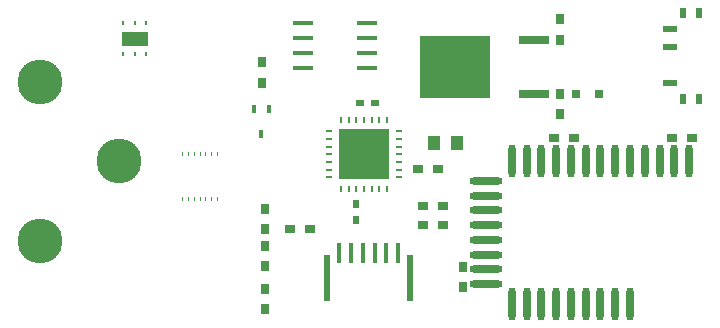
<source format=gbr>
G04 DipTrace 2.4.0.2*
%INTopPaste.gbr*%
%MOIN*%
%ADD56R,0.0865X0.0511*%
%ADD58R,0.0077X0.0156*%
%ADD60R,0.0018X0.0156*%
%ADD62O,0.1101X0.0255*%
%ADD64O,0.0255X0.1101*%
%ADD66R,0.0117X0.0255*%
%ADD68R,0.2341X0.2105*%
%ADD70R,0.1003X0.0314*%
%ADD72R,0.1652X0.1652*%
%ADD74O,0.0058X0.0255*%
%ADD76O,0.0255X0.0058*%
%ADD78R,0.0707X0.0156*%
%ADD80C,0.1495*%
%ADD82R,0.0314X0.0314*%
%ADD90R,0.0196X0.1574*%
%ADD92R,0.0156X0.0707*%
%ADD94R,0.0432X0.0511*%
%ADD96R,0.0353X0.0314*%
%ADD98R,0.0274X0.0196*%
%ADD100R,0.0196X0.0274*%
%ADD102R,0.0314X0.0353*%
%ADD104R,0.0235X0.0353*%
%ADD106R,0.0511X0.0196*%
%FSLAX44Y44*%
G04*
G70*
G90*
G75*
G01*
%LNTopPaste*%
%LPD*%
D106*
X29065Y12565D3*
Y13746D3*
Y14337D3*
D104*
X29478Y12014D3*
X30030D3*
X29478Y14888D3*
X30030D3*
D102*
X15565Y5690D3*
Y5021D3*
D100*
X18599Y8504D3*
Y7993D3*
D98*
X18723Y11885D3*
X19235D3*
D102*
X25376Y12192D3*
Y11523D3*
X25375Y14001D3*
Y14670D3*
D96*
X29125Y10720D3*
X29794D3*
X25845D3*
X25176D3*
D102*
X22139Y6428D3*
Y5759D3*
D94*
X21940Y10565D3*
X21192D3*
D92*
X18026Y6890D3*
X18419D3*
X18813D3*
X19207D3*
X19601D3*
X19994D3*
D90*
X17632Y6063D3*
X20388D3*
D82*
X26692Y12193D3*
X25905D3*
D102*
X15565Y7690D3*
Y8359D3*
D96*
X17065Y7690D3*
X16396D3*
X20815Y8440D3*
X21484D3*
X20815Y7815D3*
X21484D3*
D102*
X15565Y6440D3*
Y7109D3*
D96*
X21315Y9690D3*
X20646D3*
D102*
X15440Y12565D3*
Y13235D3*
D80*
X10690Y9940D3*
X8040Y7290D3*
Y12590D3*
D78*
X16815Y14565D3*
Y14065D3*
Y13565D3*
Y13065D3*
X18941D3*
Y13565D3*
Y14065D3*
Y14565D3*
D76*
X17690Y10940D3*
Y10684D3*
Y10428D3*
Y10172D3*
Y9916D3*
Y9660D3*
Y9405D3*
D74*
X18084Y9011D3*
X18340D3*
X18596D3*
X18852D3*
X19108D3*
X19364D3*
X19620D3*
D76*
X20013Y9405D3*
Y9660D3*
Y9916D3*
Y10172D3*
Y10428D3*
Y10684D3*
Y10940D3*
D74*
X19620Y11334D3*
X19364D3*
X19108D3*
X18852D3*
X18596D3*
X18340D3*
X18084D3*
D72*
X18852Y10172D3*
D70*
X24530Y12200D3*
Y13995D3*
D68*
X21892Y13098D3*
D66*
X15686Y11693D3*
X15174D3*
X15430Y10867D3*
D64*
X29690Y9940D3*
X29198D3*
X28706D3*
X28214D3*
X27721D3*
X27229D3*
X26737D3*
X26245D3*
X25753D3*
X25261D3*
X24769D3*
X24277D3*
X23784D3*
D62*
X22918Y9290D3*
Y8798D3*
Y8306D3*
Y7814D3*
Y7322D3*
Y6830D3*
Y6338D3*
Y5846D3*
D64*
X23784Y5196D3*
X24277D3*
X24769D3*
X25261D3*
X25753D3*
X26245D3*
X26737D3*
X27229D3*
X27721D3*
D60*
X12815Y8690D3*
X13012D3*
X13209D3*
X13406D3*
X13603D3*
X13800D3*
X13996D3*
Y10186D3*
X13800D3*
X13603D3*
X13406D3*
X13209D3*
X13012D3*
X12815D3*
D58*
X10815Y14565D3*
Y13502D3*
X11209D3*
Y14565D3*
X11602D3*
Y13502D3*
D56*
X11209Y14034D3*
M02*

</source>
